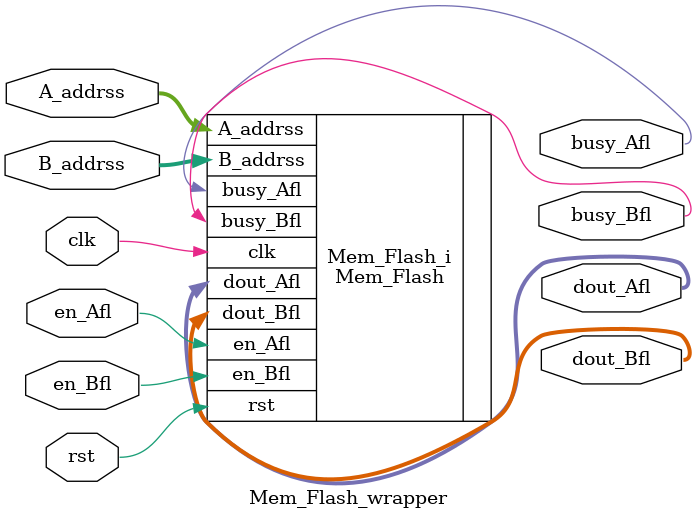
<source format=v>
`timescale 1 ps / 1 ps

module Mem_Flash_wrapper
   (A_addrss,
    B_addrss,
    busy_Afl,
    busy_Bfl,
    clk,
    dout_Afl,
    dout_Bfl,
    en_Afl,
    en_Bfl,
    rst);
  input [10:0]A_addrss;
  input [10:0]B_addrss;
  output busy_Afl;
  output busy_Bfl;
  input clk;
  output [31:0]dout_Afl;
  output [31:0]dout_Bfl;
  input en_Afl;
  input en_Bfl;
  input rst;

  wire [10:0]A_addrss;
  wire [10:0]B_addrss;
  wire busy_Afl;
  wire busy_Bfl;
  wire clk;
  wire [31:0]dout_Afl;
  wire [31:0]dout_Bfl;
  wire en_Afl;
  wire en_Bfl;
  wire rst;

  Mem_Flash Mem_Flash_i
       (.A_addrss(A_addrss),
        .B_addrss(B_addrss),
        .busy_Afl(busy_Afl),
        .busy_Bfl(busy_Bfl),
        .clk(clk),
        .dout_Afl(dout_Afl),
        .dout_Bfl(dout_Bfl),
        .en_Afl(en_Afl),
        .en_Bfl(en_Bfl),
        .rst(rst));
endmodule

</source>
